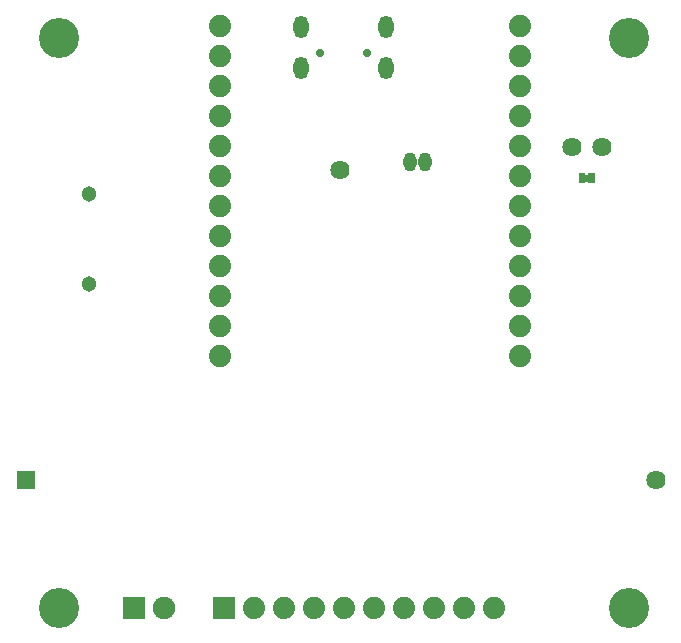
<source format=gbr>
G04 #@! TF.GenerationSoftware,KiCad,Pcbnew,5.1.5+dfsg1-2build2*
G04 #@! TF.CreationDate,2021-07-09T11:51:46+03:00*
G04 #@! TF.ProjectId,STM32WL-DevKit_RevB,53544d33-3257-44c2-9d44-65764b69745f,rev?*
G04 #@! TF.SameCoordinates,Original*
G04 #@! TF.FileFunction,Soldermask,Bot*
G04 #@! TF.FilePolarity,Negative*
%FSLAX46Y46*%
G04 Gerber Fmt 4.6, Leading zero omitted, Abs format (unit mm)*
G04 Created by KiCad (PCBNEW 5.1.5+dfsg1-2build2) date 2021-07-09 11:51:46*
%MOMM*%
%LPD*%
G04 APERTURE LIST*
%ADD10O,1.101600X1.601600*%
%ADD11C,1.626000*%
%ADD12C,0.701600*%
%ADD13O,1.301600X1.901600*%
%ADD14C,1.901600*%
%ADD15R,1.901600X1.901600*%
%ADD16C,1.880000*%
%ADD17C,0.100000*%
%ADD18R,0.609600X0.863600*%
%ADD19C,3.402000*%
%ADD20C,1.301600*%
%ADD21C,1.879600*%
%ADD22R,1.879600X1.879600*%
%ADD23C,1.625600*%
%ADD24R,1.625600X1.625600*%
G04 APERTURE END LIST*
D10*
X90693400Y-100685600D03*
X89443400Y-100685600D03*
D11*
X83515200Y-101371400D03*
D12*
X85820000Y-91435000D03*
X81820000Y-91435000D03*
D13*
X87420000Y-89285000D03*
X87420000Y-92755000D03*
X80220000Y-92755000D03*
X80220000Y-89285000D03*
D14*
X68580000Y-138430000D03*
D15*
X66040000Y-138430000D03*
D16*
X98724000Y-89210000D03*
X98724000Y-91750000D03*
X98724000Y-94290000D03*
X98724000Y-96830000D03*
X98724000Y-99370000D03*
X98724000Y-101910000D03*
X98724000Y-104450000D03*
X98724000Y-106990000D03*
X98724000Y-109530000D03*
X98724000Y-112070000D03*
X98724000Y-114610000D03*
X98724000Y-117150000D03*
X73324000Y-89210000D03*
X73324000Y-91750000D03*
X73324000Y-94290000D03*
X73324000Y-96830000D03*
X73324000Y-99370000D03*
X73324000Y-101910000D03*
X73324000Y-104450000D03*
X73324000Y-106990000D03*
X73324000Y-109530000D03*
X73324000Y-112070000D03*
X73324000Y-114610000D03*
X73324000Y-117150000D03*
D17*
G36*
X104511089Y-102513424D02*
G01*
X104501560Y-102510533D01*
X104492777Y-102505839D01*
X104485079Y-102499521D01*
X104478761Y-102491823D01*
X104474067Y-102483040D01*
X104471176Y-102473511D01*
X104470200Y-102463600D01*
X104470200Y-102387400D01*
X104013000Y-102387400D01*
X104012642Y-102387399D01*
X104009096Y-102387374D01*
X104006265Y-102387275D01*
X103981498Y-102385717D01*
X103976564Y-102385163D01*
X103952067Y-102381195D01*
X103947213Y-102380164D01*
X103923221Y-102373825D01*
X103918490Y-102372324D01*
X103895231Y-102363674D01*
X103890670Y-102361719D01*
X103868366Y-102350841D01*
X103864017Y-102348450D01*
X103842880Y-102335447D01*
X103838783Y-102332642D01*
X103819017Y-102317638D01*
X103815216Y-102314448D01*
X103797008Y-102297587D01*
X103793536Y-102294042D01*
X103777060Y-102275485D01*
X103773950Y-102271616D01*
X103759364Y-102251540D01*
X103756647Y-102247388D01*
X103744089Y-102225984D01*
X103741789Y-102221585D01*
X103731380Y-102199058D01*
X103729521Y-102194457D01*
X103721360Y-102171022D01*
X103719958Y-102166260D01*
X103714123Y-102142140D01*
X103713193Y-102137266D01*
X103709739Y-102112692D01*
X103709290Y-102107748D01*
X103708251Y-102082954D01*
X103708285Y-102077992D01*
X103709670Y-102053215D01*
X103710189Y-102048277D01*
X103713986Y-102023753D01*
X103714984Y-102018893D01*
X103721155Y-101994857D01*
X103722623Y-101990114D01*
X103731111Y-101966795D01*
X103733033Y-101962222D01*
X103743755Y-101939842D01*
X103746117Y-101935475D01*
X103758972Y-101914249D01*
X103761747Y-101910134D01*
X103776613Y-101890263D01*
X103779776Y-101886439D01*
X103796509Y-101868114D01*
X103800031Y-101864617D01*
X103818473Y-101848012D01*
X103822319Y-101844875D01*
X103842293Y-101830149D01*
X103846426Y-101827403D01*
X103867741Y-101814696D01*
X103872124Y-101812366D01*
X103894578Y-101801800D01*
X103899168Y-101799908D01*
X103922546Y-101791584D01*
X103927295Y-101790150D01*
X103951373Y-101784146D01*
X103956243Y-101783182D01*
X103980793Y-101779557D01*
X103985733Y-101779073D01*
X104010519Y-101777861D01*
X104013000Y-101777800D01*
X104470200Y-101777800D01*
X104470200Y-101701600D01*
X104471176Y-101691689D01*
X104474067Y-101682160D01*
X104478761Y-101673377D01*
X104485079Y-101665679D01*
X104492777Y-101659361D01*
X104501560Y-101654667D01*
X104511089Y-101651776D01*
X104521000Y-101650800D01*
X105029000Y-101650800D01*
X105038911Y-101651776D01*
X105048440Y-101654667D01*
X105057223Y-101659361D01*
X105064921Y-101665679D01*
X105071239Y-101673377D01*
X105075933Y-101682160D01*
X105078824Y-101691689D01*
X105079800Y-101701600D01*
X105079800Y-102463600D01*
X105078824Y-102473511D01*
X105075933Y-102483040D01*
X105071239Y-102491823D01*
X105064921Y-102499521D01*
X105057223Y-102505839D01*
X105048440Y-102510533D01*
X105038911Y-102513424D01*
X105029000Y-102514400D01*
X104521000Y-102514400D01*
X104511089Y-102513424D01*
G37*
D18*
X104013000Y-102082600D03*
D19*
X107950000Y-90170000D03*
X59690000Y-90170000D03*
X107950000Y-138430000D03*
X59690000Y-138430000D03*
D20*
X62230000Y-103378000D03*
X62230000Y-110998000D03*
D11*
X105664000Y-99441000D03*
X103124000Y-99441000D03*
D21*
X81280000Y-138430000D03*
X78740000Y-138430000D03*
X76200000Y-138430000D03*
D22*
X73660000Y-138430000D03*
D21*
X83820000Y-138430000D03*
X86360000Y-138430000D03*
X91440000Y-138430000D03*
X88900000Y-138430000D03*
X93980000Y-138430000D03*
X96520000Y-138430000D03*
D23*
X110240000Y-127640000D03*
D24*
X56900000Y-127640000D03*
M02*

</source>
